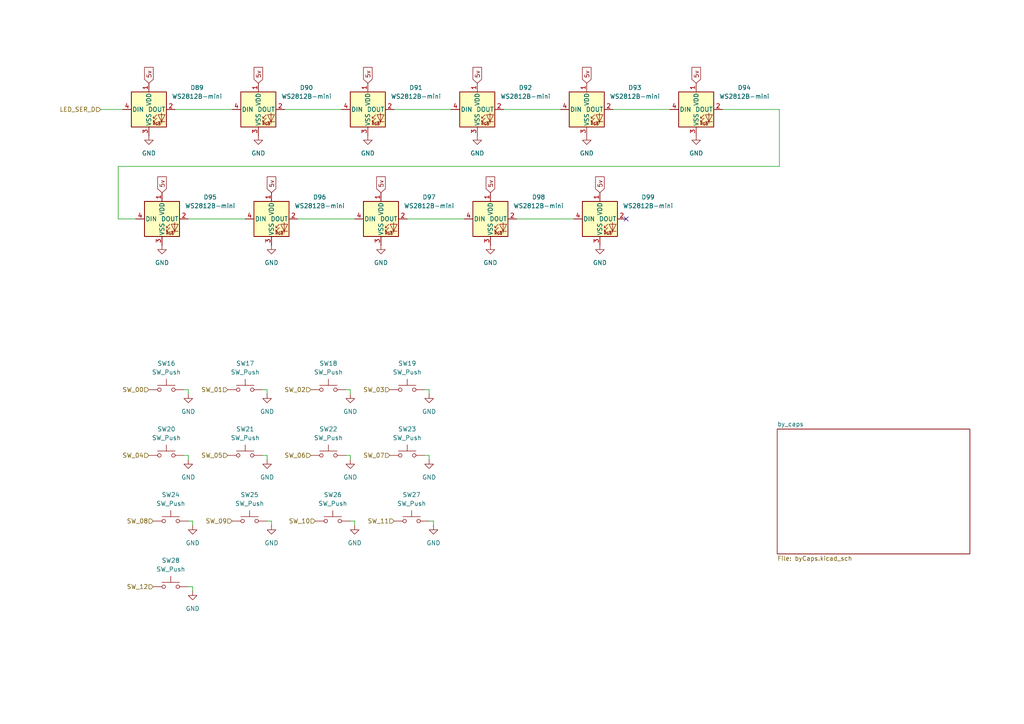
<source format=kicad_sch>
(kicad_sch (version 20231120) (generator "eeschema") (generator_version "8.0")
  (paper "A4")
  (lib_symbols
    (symbol "LED:WS2812B" (pin_names (offset 0.254))
      (property "Reference" "D" (at 5.08 5.715 0))
      (property "Value" "WS2812B" (at 1.27 -5.715 0))
      (symbol "WS2812B_0_0"
        (text "RGB" (at 2.286 -4.191 0) (effects (font (size 0.762 0.762))))
      )
      (symbol "WS2812B_0_1"
        (polyline (pts (xy 1.27 -3.556) (xy 1.778 -3.556)))
        (polyline (pts (xy 1.27 -2.54) (xy 1.778 -2.54)))
        (polyline (pts (xy 4.699 -3.556) (xy 2.667 -3.556)))
        (polyline (pts (xy 2.286 -2.54) (xy 1.27 -3.556) (xy 1.27 -3.048)))
        (polyline (pts (xy 2.286 -1.524) (xy 1.27 -2.54) (xy 1.27 -2.032)))
        (polyline (pts (xy 3.683 -1.016) (xy 3.683 -3.556) (xy 3.683 -4.064)))
        (polyline (pts (xy 4.699 -1.524) (xy 2.667 -1.524) (xy 3.683 -3.556) (xy 4.699 -1.524)))
        (rectangle (start 5.08 5.08) (end -5.08 -5.08) (stroke (width 0.254)) (fill (type background)))
      )
      (symbol "WS2812B_1_1"
        (pin power_in line (at 0 7.62 270) (length 2.54) (name "VDD") (number "1"))
        (pin output line (at 7.62 0 180) (length 2.54) (name "DOUT") (number "2"))
        (pin power_in line (at 0 -7.62 90) (length 2.54) (name "VSS") (number "3"))
        (pin input line (at -7.62 0 0) (length 2.54) (name "DIN") (number "4"))
      )
    )
    (symbol "Switch:SW_Push" (pin_numbers hide) (pin_names (offset 1.016) hide)
      (property "Reference" "SW" (at 1.27 2.54 0))
      (property "Value" "SW_Push" (at 0 -1.524 0))
      (symbol "SW_Push_0_1"
        (circle (center -2.032 0) (radius 0.508))
        (polyline (pts (xy 0 1.27) (xy 0 3.048)))
        (polyline (pts (xy 2.54 1.27) (xy -2.54 1.27)))
        (circle (center 2.032 0) (radius 0.508))
        (pin passive line (at -5.08 0 0) (length 2.54) (name "1") (number "1"))
        (pin passive line (at 5.08 0 180) (length 2.54) (name "2") (number "2"))
      )
    )
    (symbol "power:GND" (power) (pin_numbers hide) (pin_names (offset 0) hide)
      (property "Value" "GND" (at 0 -3.81 0))
      (symbol "GND_0_1"
        (polyline (pts (xy 0 0) (xy 0 -1.27) (xy 1.27 -1.27) (xy 0 -2.54) (xy -1.27 -1.27) (xy 0 -1.27)))
      )
      (symbol "GND_1_1"
        (pin power_in line (at 0 0 270) (length 0) (name "~") (number "1"))
      )
    )
  )
  (no_connect (at 181.61 63.5))
  (wire (pts (xy 29.21 31.75) (xy 35.56 31.75)))
  (wire (pts (xy 177.8 31.75) (xy 194.31 31.75)))
  (wire (pts (xy 55.88 171.45) (xy 55.88 170.18)))
  (wire (pts (xy 77.47 114.3) (xy 77.47 113.03)))
  (wire (pts (xy 209.55 31.75) (xy 226.06 31.75)))
  (wire (pts (xy 82.55 31.75) (xy 99.06 31.75)))
  (wire (pts (xy 34.29 63.5) (xy 39.37 63.5)))
  (wire (pts (xy 78.74 152.4) (xy 78.74 151.13)))
  (wire (pts (xy 125.73 151.13) (xy 124.46 151.13)))
  (wire (pts (xy 86.36 63.5) (xy 102.87 63.5)))
  (wire (pts (xy 54.61 63.5) (xy 71.12 63.5)))
  (wire (pts (xy 102.87 152.4) (xy 102.87 151.13)))
  (wire (pts (xy 101.6 114.3) (xy 101.6 113.03)))
  (wire (pts (xy 124.46 132.08) (xy 123.19 132.08)))
  (wire (pts (xy 77.47 133.35) (xy 77.47 132.08)))
  (wire (pts (xy 149.86 63.5) (xy 166.37 63.5)))
  (wire (pts (xy 102.87 151.13) (xy 101.6 151.13)))
  (wire (pts (xy 101.6 113.03) (xy 100.33 113.03)))
  (wire (pts (xy 124.46 113.03) (xy 123.19 113.03)))
  (wire (pts (xy 55.88 170.18) (xy 54.61 170.18)))
  (wire (pts (xy 54.61 113.03) (xy 53.34 113.03)))
  (wire (pts (xy 77.47 132.08) (xy 76.2 132.08)))
  (wire (pts (xy 124.46 133.35) (xy 124.46 132.08)))
  (wire (pts (xy 118.11 63.5) (xy 134.62 63.5)))
  (wire (pts (xy 125.73 152.4) (xy 125.73 151.13)))
  (wire (pts (xy 226.06 48.26) (xy 34.29 48.26)))
  (wire (pts (xy 55.88 151.13) (xy 54.61 151.13)))
  (wire (pts (xy 114.3 31.75) (xy 130.81 31.75)))
  (wire (pts (xy 34.29 48.26) (xy 34.29 63.5)))
  (wire (pts (xy 50.8 31.75) (xy 67.31 31.75)))
  (wire (pts (xy 55.88 152.4) (xy 55.88 151.13)))
  (wire (pts (xy 54.61 132.08) (xy 53.34 132.08)))
  (wire (pts (xy 78.74 151.13) (xy 77.47 151.13)))
  (wire (pts (xy 77.47 113.03) (xy 76.2 113.03)))
  (wire (pts (xy 54.61 114.3) (xy 54.61 113.03)))
  (wire (pts (xy 101.6 133.35) (xy 101.6 132.08)))
  (wire (pts (xy 124.46 114.3) (xy 124.46 113.03)))
  (wire (pts (xy 54.61 133.35) (xy 54.61 132.08)))
  (wire (pts (xy 101.6 132.08) (xy 100.33 132.08)))
  (wire (pts (xy 146.05 31.75) (xy 162.56 31.75)))
  (wire (pts (xy 226.06 31.75) (xy 226.06 48.26)))
  (text "11 buttons (13 if possible)\n11 LEDs" (at 14.224 -15.748 0) (effects (font (size 3.81 3.81)) (justify left)))
  (global_label "5v" (shape input) (at 43.18 24.13 90) (property "Intersheetrefs" "${INTERSHEET_REFS}" (effects (hide yes))))
  (global_label "5v" (shape input) (at 201.93 24.13 90) (property "Intersheetrefs" "${INTERSHEET_REFS}" (effects (hide yes))))
  (global_label "5v" (shape input) (at 170.18 24.13 90) (property "Intersheetrefs" "${INTERSHEET_REFS}" (effects (hide yes))))
  (global_label "5v" (shape input) (at 78.74 55.88 90) (property "Intersheetrefs" "${INTERSHEET_REFS}" (effects (hide yes))))
  (global_label "5v" (shape input) (at 142.24 55.88 90) (property "Intersheetrefs" "${INTERSHEET_REFS}" (effects (hide yes))))
  (global_label "5v" (shape input) (at 110.49 55.88 90) (property "Intersheetrefs" "${INTERSHEET_REFS}" (effects (hide yes))))
  (global_label "5v" (shape input) (at 173.99 55.88 90) (property "Intersheetrefs" "${INTERSHEET_REFS}" (effects (hide yes))))
  (global_label "5v" (shape input) (at 74.93 24.13 90) (property "Intersheetrefs" "${INTERSHEET_REFS}" (effects (hide yes))))
  (global_label "5v" (shape input) (at 106.68 24.13 90) (property "Intersheetrefs" "${INTERSHEET_REFS}" (effects (hide yes))))
  (global_label "5v" (shape input) (at 46.99 55.88 90) (property "Intersheetrefs" "${INTERSHEET_REFS}" (effects (hide yes))))
  (global_label "5v" (shape input) (at 138.43 24.13 90) (property "Intersheetrefs" "${INTERSHEET_REFS}" (effects (hide yes))))
  (hierarchical_label "SW_10" (shape input) (at 91.44 151.13 180))
  (hierarchical_label "SW_05" (shape input) (at 66.04 132.08 180))
  (hierarchical_label "SW_12" (shape input) (at 44.45 170.18 180))
  (hierarchical_label "SW_11" (shape input) (at 114.3 151.13 180))
  (hierarchical_label "SW_08" (shape input) (at 44.45 151.13 180))
  (hierarchical_label "SW_06" (shape input) (at 90.17 132.08 180))
  (hierarchical_label "SW_04" (shape input) (at 43.18 132.08 180))
  (hierarchical_label "SW_00" (shape input) (at 43.18 113.03 180))
  (hierarchical_label "SW_03" (shape input) (at 113.03 113.03 180))
  (hierarchical_label "SW_09" (shape input) (at 67.31 151.13 180))
  (hierarchical_label "SW_02" (shape input) (at 90.17 113.03 180))
  (hierarchical_label "SW_07" (shape input) (at 113.03 132.08 180))
  (hierarchical_label "LED_SER_D" (shape input) (at 29.21 31.75 180))
  (hierarchical_label "SW_01" (shape input) (at 66.04 113.03 180))
  (symbol (lib_id "LED:WS2812B") (at 43.18 31.75 0) (unit 1)
    (property "Reference" "D89" (at 57.15 25.4314 0))
    (property "Value" "WS2812B-mini" (at 57.15 27.9714 0))
    (property "Footprint" "LED_SMD:LED_WS2812B-Mini_PLCC4_3.5x3.5mm" (effects (hide yes)))
    (property "Datasheet" "https://cdn-shop.adafruit.com/datasheets/WS2812B.pdf" (effects (hide yes)))
    (property "Description" "RGB LED with integrated controller" (effects (hide yes)))
  )
  (symbol (lib_id "Switch:SW_Push") (at 118.11 132.08 0) (unit 1)
    (property "Reference" "SW23" (at 118.11 124.46 0))
    (property "Value" "SW_Push" (at 118.11 127 0))
    (property "Footprint" "Button_Switch_THT:SW_PUSH_6mm_H5mm" (effects (hide yes)))
    (property "Description" "Push button switch, generic, two pins" (effects (hide yes)))
  )
  (symbol (lib_id "power:GND") (at 101.6 133.35 0) (unit 1)
    (property "Reference" "#PWR40" (effects (hide yes)))
    (property "Value" "GND" (at 101.6 138.43 0))
    (property "Description" "Power symbol creates a global label with name \"GND\" , ground" (effects (hide yes)))
  )
  (symbol (lib_id "Switch:SW_Push") (at 95.25 113.03 0) (unit 1)
    (property "Reference" "SW18" (at 95.25 105.41 0))
    (property "Value" "SW_Push" (at 95.25 107.95 0))
    (property "Footprint" "Button_Switch_THT:SW_PUSH_6mm_H5mm" (effects (hide yes)))
    (property "Description" "Push button switch, generic, two pins" (effects (hide yes)))
  )
  (symbol (lib_id "power:GND") (at 55.88 152.4 0) (unit 1)
    (property "Reference" "#PWR42" (effects (hide yes)))
    (property "Value" "GND" (at 55.88 157.48 0))
    (property "Description" "Power symbol creates a global label with name \"GND\" , ground" (effects (hide yes)))
  )
  (symbol (lib_id "Switch:SW_Push") (at 48.26 113.03 0) (unit 1)
    (property "Reference" "SW16" (at 48.26 105.41 0))
    (property "Value" "SW_Push" (at 48.26 107.95 0))
    (property "Footprint" "Button_Switch_THT:SW_PUSH_6mm_H5mm" (effects (hide yes)))
    (property "Description" "Push button switch, generic, two pins" (effects (hide yes)))
  )
  (symbol (lib_id "Switch:SW_Push") (at 49.53 151.13 0) (unit 1)
    (property "Reference" "SW24" (at 49.53 143.51 0))
    (property "Value" "SW_Push" (at 49.53 146.05 0))
    (property "Footprint" "Button_Switch_THT:SW_PUSH_6mm_H5mm" (effects (hide yes)))
    (property "Description" "Push button switch, generic, two pins" (effects (hide yes)))
  )
  (symbol (lib_id "Switch:SW_Push") (at 96.52 151.13 0) (unit 1)
    (property "Reference" "SW26" (at 96.52 143.51 0))
    (property "Value" "SW_Push" (at 96.52 146.05 0))
    (property "Footprint" "Button_Switch_THT:SW_PUSH_6mm_H5mm" (effects (hide yes)))
    (property "Description" "Push button switch, generic, two pins" (effects (hide yes)))
  )
  (symbol (lib_id "power:GND") (at 201.93 39.37 0) (unit 1)
    (property "Reference" "#PWR128" (effects (hide yes)))
    (property "Value" "GND" (at 201.93 44.45 0))
    (property "Description" "Power symbol creates a global label with name \"GND\" , ground" (effects (hide yes)))
  )
  (symbol (lib_id "LED:WS2812B") (at 201.93 31.75 0) (unit 1)
    (property "Reference" "D94" (at 215.9 25.4314 0))
    (property "Value" "WS2812B-mini" (at 215.9 27.9714 0))
    (property "Footprint" "LED_SMD:LED_WS2812B-Mini_PLCC4_3.5x3.5mm" (effects (hide yes)))
    (property "Datasheet" "https://cdn-shop.adafruit.com/datasheets/WS2812B.pdf" (effects (hide yes)))
    (property "Description" "RGB LED with integrated controller" (effects (hide yes)))
  )
  (symbol (lib_id "LED:WS2812B") (at 173.99 63.5 0) (unit 1)
    (property "Reference" "D99" (at 187.96 57.1814 0))
    (property "Value" "WS2812B-mini" (at 187.96 59.7214 0))
    (property "Footprint" "LED_SMD:LED_WS2812B-Mini_PLCC4_3.5x3.5mm" (effects (hide yes)))
    (property "Datasheet" "https://cdn-shop.adafruit.com/datasheets/WS2812B.pdf" (effects (hide yes)))
    (property "Description" "RGB LED with integrated controller" (effects (hide yes)))
  )
  (symbol (lib_id "Switch:SW_Push") (at 48.26 132.08 0) (unit 1)
    (property "Reference" "SW20" (at 48.26 124.46 0))
    (property "Value" "SW_Push" (at 48.26 127 0))
    (property "Footprint" "Button_Switch_THT:SW_PUSH_6mm_H5mm" (effects (hide yes)))
    (property "Description" "Push button switch, generic, two pins" (effects (hide yes)))
  )
  (symbol (lib_id "power:GND") (at 77.47 114.3 0) (unit 1)
    (property "Reference" "#PWR34" (effects (hide yes)))
    (property "Value" "GND" (at 77.47 119.38 0))
    (property "Description" "Power symbol creates a global label with name \"GND\" , ground" (effects (hide yes)))
  )
  (symbol (lib_id "power:GND") (at 173.99 71.12 0) (unit 1)
    (property "Reference" "#PWR133" (effects (hide yes)))
    (property "Value" "GND" (at 173.99 76.2 0))
    (property "Description" "Power symbol creates a global label with name \"GND\" , ground" (effects (hide yes)))
  )
  (symbol (lib_id "power:GND") (at 124.46 114.3 0) (unit 1)
    (property "Reference" "#PWR37" (effects (hide yes)))
    (property "Value" "GND" (at 124.46 119.38 0))
    (property "Description" "Power symbol creates a global label with name \"GND\" , ground" (effects (hide yes)))
  )
  (symbol (lib_id "Switch:SW_Push") (at 72.39 151.13 0) (unit 1)
    (property "Reference" "SW25" (at 72.39 143.51 0))
    (property "Value" "SW_Push" (at 72.39 146.05 0))
    (property "Footprint" "Button_Switch_THT:SW_PUSH_6mm_H5mm" (effects (hide yes)))
    (property "Description" "Push button switch, generic, two pins" (effects (hide yes)))
  )
  (symbol (lib_id "power:GND") (at 54.61 133.35 0) (unit 1)
    (property "Reference" "#PWR38" (effects (hide yes)))
    (property "Value" "GND" (at 54.61 138.43 0))
    (property "Description" "Power symbol creates a global label with name \"GND\" , ground" (effects (hide yes)))
  )
  (symbol (lib_id "power:GND") (at 46.99 71.12 0) (unit 1)
    (property "Reference" "#PWR129" (effects (hide yes)))
    (property "Value" "GND" (at 46.99 76.2 0))
    (property "Description" "Power symbol creates a global label with name \"GND\" , ground" (effects (hide yes)))
  )
  (symbol (lib_id "Switch:SW_Push") (at 49.53 170.18 0) (unit 1)
    (property "Reference" "SW28" (at 49.53 162.56 0))
    (property "Value" "SW_Push" (at 49.53 165.1 0))
    (property "Footprint" "Button_Switch_THT:SW_PUSH_6mm_H5mm" (effects (hide yes)))
    (property "Description" "Push button switch, generic, two pins" (effects (hide yes)))
  )
  (symbol (lib_id "LED:WS2812B") (at 74.93 31.75 0) (unit 1)
    (property "Reference" "D90" (at 88.9 25.4314 0))
    (property "Value" "WS2812B-mini" (at 88.9 27.9714 0))
    (property "Footprint" "LED_SMD:LED_WS2812B-Mini_PLCC4_3.5x3.5mm" (effects (hide yes)))
    (property "Datasheet" "https://cdn-shop.adafruit.com/datasheets/WS2812B.pdf" (effects (hide yes)))
    (property "Description" "RGB LED with integrated controller" (effects (hide yes)))
  )
  (symbol (lib_id "LED:WS2812B") (at 170.18 31.75 0) (unit 1)
    (property "Reference" "D93" (at 184.15 25.4314 0))
    (property "Value" "WS2812B-mini" (at 184.15 27.9714 0))
    (property "Footprint" "LED_SMD:LED_WS2812B-Mini_PLCC4_3.5x3.5mm" (effects (hide yes)))
    (property "Datasheet" "https://cdn-shop.adafruit.com/datasheets/WS2812B.pdf" (effects (hide yes)))
    (property "Description" "RGB LED with integrated controller" (effects (hide yes)))
  )
  (symbol (lib_id "Switch:SW_Push") (at 119.38 151.13 0) (unit 1)
    (property "Reference" "SW27" (at 119.38 143.51 0))
    (property "Value" "SW_Push" (at 119.38 146.05 0))
    (property "Footprint" "Button_Switch_THT:SW_PUSH_6mm_H5mm" (effects (hide yes)))
    (property "Description" "Push button switch, generic, two pins" (effects (hide yes)))
  )
  (symbol (lib_id "power:GND") (at 138.43 39.37 0) (unit 1)
    (property "Reference" "#PWR126" (effects (hide yes)))
    (property "Value" "GND" (at 138.43 44.45 0))
    (property "Description" "Power symbol creates a global label with name \"GND\" , ground" (effects (hide yes)))
  )
  (symbol (lib_id "power:GND") (at 124.46 133.35 0) (unit 1)
    (property "Reference" "#PWR41" (effects (hide yes)))
    (property "Value" "GND" (at 124.46 138.43 0))
    (property "Description" "Power symbol creates a global label with name \"GND\" , ground" (effects (hide yes)))
  )
  (symbol (lib_id "power:GND") (at 74.93 39.37 0) (unit 1)
    (property "Reference" "#PWR124" (effects (hide yes)))
    (property "Value" "GND" (at 74.93 44.45 0))
    (property "Description" "Power symbol creates a global label with name \"GND\" , ground" (effects (hide yes)))
  )
  (symbol (lib_id "power:GND") (at 78.74 152.4 0) (unit 1)
    (property "Reference" "#PWR43" (effects (hide yes)))
    (property "Value" "GND" (at 78.74 157.48 0))
    (property "Description" "Power symbol creates a global label with name \"GND\" , ground" (effects (hide yes)))
  )
  (symbol (lib_id "LED:WS2812B") (at 78.74 63.5 0) (unit 1)
    (property "Reference" "D96" (at 92.71 57.1814 0))
    (property "Value" "WS2812B-mini" (at 92.71 59.7214 0))
    (property "Footprint" "LED_SMD:LED_WS2812B-Mini_PLCC4_3.5x3.5mm" (effects (hide yes)))
    (property "Datasheet" "https://cdn-shop.adafruit.com/datasheets/WS2812B.pdf" (effects (hide yes)))
    (property "Description" "RGB LED with integrated controller" (effects (hide yes)))
  )
  (symbol (lib_id "LED:WS2812B") (at 110.49 63.5 0) (unit 1)
    (property "Reference" "D97" (at 124.46 57.1814 0))
    (property "Value" "WS2812B-mini" (at 124.46 59.7214 0))
    (property "Footprint" "LED_SMD:LED_WS2812B-Mini_PLCC4_3.5x3.5mm" (effects (hide yes)))
    (property "Datasheet" "https://cdn-shop.adafruit.com/datasheets/WS2812B.pdf" (effects (hide yes)))
    (property "Description" "RGB LED with integrated controller" (effects (hide yes)))
  )
  (symbol (lib_id "power:GND") (at 106.68 39.37 0) (unit 1)
    (property "Reference" "#PWR125" (effects (hide yes)))
    (property "Value" "GND" (at 106.68 44.45 0))
    (property "Description" "Power symbol creates a global label with name \"GND\" , ground" (effects (hide yes)))
  )
  (symbol (lib_id "power:GND") (at 101.6 114.3 0) (unit 1)
    (property "Reference" "#PWR36" (effects (hide yes)))
    (property "Value" "GND" (at 101.6 119.38 0))
    (property "Description" "Power symbol creates a global label with name \"GND\" , ground" (effects (hide yes)))
  )
  (symbol (lib_id "power:GND") (at 77.47 133.35 0) (unit 1)
    (property "Reference" "#PWR39" (effects (hide yes)))
    (property "Value" "GND" (at 77.47 138.43 0))
    (property "Description" "Power symbol creates a global label with name \"GND\" , ground" (effects (hide yes)))
  )
  (symbol (lib_id "Switch:SW_Push") (at 95.25 132.08 0) (unit 1)
    (property "Reference" "SW22" (at 95.25 124.46 0))
    (property "Value" "SW_Push" (at 95.25 127 0))
    (property "Footprint" "Button_Switch_THT:SW_PUSH_6mm_H5mm" (effects (hide yes)))
    (property "Description" "Push button switch, generic, two pins" (effects (hide yes)))
  )
  (symbol (lib_id "Switch:SW_Push") (at 71.12 113.03 0) (unit 1)
    (property "Reference" "SW17" (at 71.12 105.41 0))
    (property "Value" "SW_Push" (at 71.12 107.95 0))
    (property "Footprint" "Button_Switch_THT:SW_PUSH_6mm_H5mm" (effects (hide yes)))
    (property "Description" "Push button switch, generic, two pins" (effects (hide yes)))
  )
  (symbol (lib_id "power:GND") (at 43.18 39.37 0) (unit 1)
    (property "Reference" "#PWR123" (effects (hide yes)))
    (property "Value" "GND" (at 43.18 44.45 0))
    (property "Description" "Power symbol creates a global label with name \"GND\" , ground" (effects (hide yes)))
  )
  (symbol (lib_id "power:GND") (at 54.61 114.3 0) (unit 1)
    (property "Reference" "#PWR33" (effects (hide yes)))
    (property "Value" "GND" (at 54.61 119.38 0))
    (property "Description" "Power symbol creates a global label with name \"GND\" , ground" (effects (hide yes)))
  )
  (symbol (lib_id "LED:WS2812B") (at 106.68 31.75 0) (unit 1)
    (property "Reference" "D91" (at 120.65 25.4314 0))
    (property "Value" "WS2812B-mini" (at 120.65 27.9714 0))
    (property "Footprint" "LED_SMD:LED_WS2812B-Mini_PLCC4_3.5x3.5mm" (effects (hide yes)))
    (property "Datasheet" "https://cdn-shop.adafruit.com/datasheets/WS2812B.pdf" (effects (hide yes)))
    (property "Description" "RGB LED with integrated controller" (effects (hide yes)))
  )
  (symbol (lib_id "LED:WS2812B") (at 138.43 31.75 0) (unit 1)
    (property "Reference" "D92" (at 152.4 25.4314 0))
    (property "Value" "WS2812B-mini" (at 152.4 27.9714 0))
    (property "Footprint" "LED_SMD:LED_WS2812B-Mini_PLCC4_3.5x3.5mm" (effects (hide yes)))
    (property "Datasheet" "https://cdn-shop.adafruit.com/datasheets/WS2812B.pdf" (effects (hide yes)))
    (property "Description" "RGB LED with integrated controller" (effects (hide yes)))
  )
  (symbol (lib_id "power:GND") (at 55.88 171.45 0) (unit 1)
    (property "Reference" "#PWR46" (effects (hide yes)))
    (property "Value" "GND" (at 55.88 176.53 0))
    (property "Description" "Power symbol creates a global label with name \"GND\" , ground" (effects (hide yes)))
  )
  (symbol (lib_id "Switch:SW_Push") (at 118.11 113.03 0) (unit 1)
    (property "Reference" "SW19" (at 118.11 105.41 0))
    (property "Value" "SW_Push" (at 118.11 107.95 0))
    (property "Footprint" "Button_Switch_THT:SW_PUSH_6mm_H5mm" (effects (hide yes)))
    (property "Description" "Push button switch, generic, two pins" (effects (hide yes)))
  )
  (symbol (lib_id "Switch:SW_Push") (at 71.12 132.08 0) (unit 1)
    (property "Reference" "SW21" (at 71.12 124.46 0))
    (property "Value" "SW_Push" (at 71.12 127 0))
    (property "Footprint" "Button_Switch_THT:SW_PUSH_6mm_H5mm" (effects (hide yes)))
    (property "Description" "Push button switch, generic, two pins" (effects (hide yes)))
  )
  (symbol (lib_id "power:GND") (at 125.73 152.4 0) (unit 1)
    (property "Reference" "#PWR45" (effects (hide yes)))
    (property "Value" "GND" (at 125.73 157.48 0))
    (property "Description" "Power symbol creates a global label with name \"GND\" , ground" (effects (hide yes)))
  )
  (symbol (lib_id "power:GND") (at 170.18 39.37 0) (unit 1)
    (property "Reference" "#PWR127" (effects (hide yes)))
    (property "Value" "GND" (at 170.18 44.45 0))
    (property "Description" "Power symbol creates a global label with name \"GND\" , ground" (effects (hide yes)))
  )
  (symbol (lib_id "power:GND") (at 110.49 71.12 0) (unit 1)
    (property "Reference" "#PWR131" (effects (hide yes)))
    (property "Value" "GND" (at 110.49 76.2 0))
    (property "Description" "Power symbol creates a global label with name \"GND\" , ground" (effects (hide yes)))
  )
  (symbol (lib_id "LED:WS2812B") (at 46.99 63.5 0) (unit 1)
    (property "Reference" "D95" (at 60.96 57.1814 0))
    (property "Value" "WS2812B-mini" (at 60.96 59.7214 0))
    (property "Footprint" "LED_SMD:LED_WS2812B-Mini_PLCC4_3.5x3.5mm" (effects (hide yes)))
    (property "Datasheet" "https://cdn-shop.adafruit.com/datasheets/WS2812B.pdf" (effects (hide yes)))
    (property "Description" "RGB LED with integrated controller" (effects (hide yes)))
  )
  (symbol (lib_id "LED:WS2812B") (at 142.24 63.5 0) (unit 1)
    (property "Reference" "D98" (at 156.21 57.1814 0))
    (property "Value" "WS2812B-mini" (at 156.21 59.7214 0))
    (property "Footprint" "LED_SMD:LED_WS2812B-Mini_PLCC4_3.5x3.5mm" (effects (hide yes)))
    (property "Datasheet" "https://cdn-shop.adafruit.com/datasheets/WS2812B.pdf" (effects (hide yes)))
    (property "Description" "RGB LED with integrated controller" (effects (hide yes)))
  )
  (symbol (lib_id "power:GND") (at 102.87 152.4 0) (unit 1)
    (property "Reference" "#PWR44" (effects (hide yes)))
    (property "Value" "GND" (at 102.87 157.48 0))
    (property "Description" "Power symbol creates a global label with name \"GND\" , ground" (effects (hide yes)))
  )
  (symbol (lib_id "power:GND") (at 142.24 71.12 0) (unit 1)
    (property "Reference" "#PWR132" (effects (hide yes)))
    (property "Value" "GND" (at 142.24 76.2 0))
    (property "Description" "Power symbol creates a global label with name \"GND\" , ground" (effects (hide yes)))
  )
  (symbol (lib_id "power:GND") (at 78.74 71.12 0) (unit 1)
    (property "Reference" "#PWR130" (effects (hide yes)))
    (property "Value" "GND" (at 78.74 76.2 0))
    (property "Description" "Power symbol creates a global label with name \"GND\" , ground" (effects (hide yes)))
  )
  (sheet (at 225.425 124.46) (size 55.88 36.195) (stroke (width 0.1524))
    (property "Sheetname" "by_caps" (at 225.425 123.7484 0) (effects (justify left bottom)))
    (property "Sheetfile" "byCaps.kicad_sch" (at 225.425 161.2396 0) (effects (justify left top)))
  )
)
</source>
